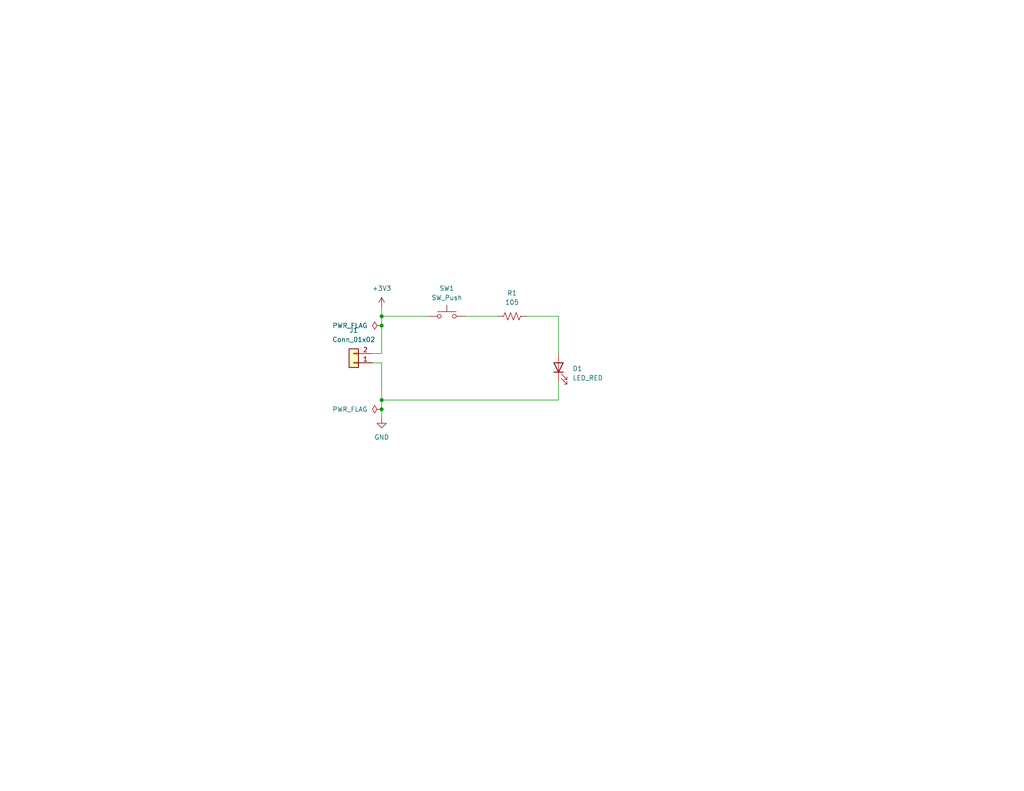
<source format=kicad_sch>
(kicad_sch (version 20231120) (generator "eeschema") (generator_version "8.0")
  (paper "USLetter")
  (title_block (title "proj1") (date "2024-10-02") (rev "0.0") (company "Illini Solar Car") (comment 1 "Designed By: Parthiv Adimulam"))
  (lib_symbols
    (symbol "Connector_Generic:Conn_01x02" (pin_names (offset 1.016) hide)
      (property "Reference" "J" (at 0 2.54 0))
      (property "Value" "Conn_01x02" (at 0 -5.08 0))
      (symbol "Conn_01x02_1_1"
        (rectangle (start -1.27 -2.413) (end 0 -2.667) (stroke (width 0.1524)))
        (rectangle (start -1.27 0.127) (end 0 -0.127) (stroke (width 0.1524)))
        (rectangle (start -1.27 1.27) (end 1.27 -3.81) (stroke (width 0.254)) (fill (type background)))
        (pin passive line (at -5.08 0 0) (length 3.81) (name "Pin_1") (number "1"))
        (pin passive line (at -5.08 -2.54 0) (length 3.81) (name "Pin_2") (number "2"))
      )
    )
    (symbol "Device:LED" (pin_numbers hide) (pin_names (offset 1.016) hide)
      (property "Reference" "D" (at 0 2.54 0))
      (property "Value" "LED" (at 0 -2.54 0))
      (symbol "LED_0_1"
        (polyline (pts (xy -1.27 -1.27) (xy -1.27 1.27)) (stroke (width 0.254)))
        (polyline (pts (xy -1.27 0) (xy 1.27 0)))
        (polyline (pts (xy 1.27 -1.27) (xy 1.27 1.27) (xy -1.27 0) (xy 1.27 -1.27)) (stroke (width 0.254)))
        (polyline (pts (xy -3.048 -0.762) (xy -4.572 -2.286) (xy -3.81 -2.286) (xy -4.572 -2.286) (xy -4.572 -1.524)))
        (polyline (pts (xy -1.778 -0.762) (xy -3.302 -2.286) (xy -2.54 -2.286) (xy -3.302 -2.286) (xy -3.302 -1.524)))
      )
      (symbol "LED_1_1"
        (pin passive line (at -3.81 0 0) (length 2.54) (name "K") (number "1"))
        (pin passive line (at 3.81 0 180) (length 2.54) (name "A") (number "2"))
      )
    )
    (symbol "Device:R_US" (pin_numbers hide) (pin_names (offset 0))
      (property "Reference" "R" (at 2.54 0 90))
      (property "Value" "R_US" (at -2.54 0 90))
      (symbol "R_US_0_1"
        (polyline (pts (xy 0 -2.286) (xy 0 -2.54)))
        (polyline (pts (xy 0 2.286) (xy 0 2.54)))
        (polyline (pts (xy 0 -0.762) (xy 1.016 -1.143) (xy 0 -1.524) (xy -1.016 -1.905) (xy 0 -2.286)))
        (polyline (pts (xy 0 0.762) (xy 1.016 0.381) (xy 0 0) (xy -1.016 -0.381) (xy 0 -0.762)))
        (polyline (pts (xy 0 2.286) (xy 1.016 1.905) (xy 0 1.524) (xy -1.016 1.143) (xy 0 0.762)))
      )
      (symbol "R_US_1_1"
        (pin passive line (at 0 3.81 270) (length 1.27) (name "~") (number "1"))
        (pin passive line (at 0 -3.81 90) (length 1.27) (name "~") (number "2"))
      )
    )
    (symbol "Switch:SW_Push" (pin_numbers hide) (pin_names (offset 1.016) hide)
      (property "Reference" "SW" (at 1.27 2.54 0))
      (property "Value" "SW_Push" (at 0 -1.524 0))
      (symbol "SW_Push_0_1"
        (circle (center -2.032 0) (radius 0.508))
        (polyline (pts (xy 0 1.27) (xy 0 3.048)))
        (polyline (pts (xy 2.54 1.27) (xy -2.54 1.27)))
        (circle (center 2.032 0) (radius 0.508))
        (pin passive line (at -5.08 0 0) (length 2.54) (name "1") (number "1"))
        (pin passive line (at 5.08 0 180) (length 2.54) (name "2") (number "2"))
      )
    )
    (symbol "power:+3V3" (power) (pin_names (offset 0))
      (property "Value" "+3V3" (at 0 3.556 0))
      (symbol "+3V3_0_1"
        (polyline (pts (xy -0.762 1.27) (xy 0 2.54)))
        (polyline (pts (xy 0 0) (xy 0 2.54)))
        (polyline (pts (xy 0 2.54) (xy 0.762 1.27)))
      )
      (symbol "+3V3_1_1"
        (pin power_in line (at 0 0 90) (length 0) hide (name "+3V3") (number "1"))
      )
    )
    (symbol "power:GND" (power) (pin_names (offset 0))
      (property "Value" "GND" (at 0 -3.81 0))
      (symbol "GND_0_1"
        (polyline (pts (xy 0 0) (xy 0 -1.27) (xy 1.27 -1.27) (xy 0 -2.54) (xy -1.27 -1.27) (xy 0 -1.27)))
      )
      (symbol "GND_1_1"
        (pin power_in line (at 0 0 270) (length 0) hide (name "GND") (number "1"))
      )
    )
    (symbol "power:PWR_FLAG" (power) (pin_numbers hide) (pin_names (offset 0) hide)
      (property "Value" "PWR_FLAG" (at 0 3.81 0))
      (symbol "PWR_FLAG_0_0"
        (pin power_out line (at 0 0 90) (length 0) (name "pwr") (number "1"))
      )
      (symbol "PWR_FLAG_0_1"
        (polyline (pts (xy 0 0) (xy 0 1.27) (xy -1.016 1.905) (xy 0 2.54) (xy 1.016 1.905) (xy 0 1.27)))
      )
    )
  )
  (junction (at 104.14 109.22))
  (junction (at 104.14 86.36))
  (junction (at 104.14 88.9))
  (junction (at 104.14 111.76))
  (wire (pts (xy 104.14 83.82) (xy 104.14 86.36)))
  (wire (pts (xy 101.6 99.06) (xy 104.14 99.06)))
  (wire (pts (xy 152.4 104.14) (xy 152.4 109.22)))
  (wire (pts (xy 104.14 86.36) (xy 104.14 88.9)))
  (wire (pts (xy 104.14 99.06) (xy 104.14 109.22)))
  (wire (pts (xy 104.14 88.9) (xy 104.14 96.52)))
  (wire (pts (xy 104.14 96.52) (xy 101.6 96.52)))
  (wire (pts (xy 104.14 111.76) (xy 104.14 114.3)))
  (wire (pts (xy 104.14 86.36) (xy 116.84 86.36)))
  (wire (pts (xy 104.14 109.22) (xy 104.14 111.76)))
  (wire (pts (xy 152.4 86.36) (xy 152.4 96.52)))
  (wire (pts (xy 127 86.36) (xy 135.89 86.36)))
  (wire (pts (xy 143.51 86.36) (xy 152.4 86.36)))
  (wire (pts (xy 104.14 109.22) (xy 152.4 109.22)))
  (symbol (lib_id "Connector_Generic:Conn_01x02") (at 96.52 99.06 180) (unit 1)
    (property "Reference" "J1" (at 96.52 90.17 0))
    (property "Value" "Conn_01x02" (at 96.52 92.71 0))
    (property "Footprint" "Connector_Molex:Molex_KK-254_AE-6410-02A_1x02_P2.54mm_Vertical" (effects (hide yes)))
    (property "Datasheet" "https://www.molex.com/content/dam/molex/molex-dot-com/products/automated/en-us/salesdrawingpdf/641/6410/022272021_sd.pdf?inline" (effects (hide yes)))
    (property "Description" "Generic connector, single row, 01x02, script generated (kicad-library-utils/schlib/autogen/connector/)" (effects (hide yes)))
    (property "MPN" "022272021" (effects (hide yes)))
  )
  (symbol (lib_id "power:PWR_FLAG") (at 104.14 111.76 90) (unit 1)
    (property "Reference" "#FLG02" (effects (hide yes)))
    (property "Value" "PWR_FLAG" (at 100.33 111.7599 90) (effects (justify left)))
    (property "Description" "Special symbol for telling ERC where power comes from" (effects (hide yes)))
  )
  (symbol (lib_id "power:+3V3") (at 104.14 83.82 0) (unit 1)
    (property "Reference" "#PWR01" (effects (hide yes)))
    (property "Value" "+3V3" (at 104.14 78.74 0))
    (property "Description" "Power symbol creates a global label with name \"+3V3\"" (effects (hide yes)))
  )
  (symbol (lib_id "Device:LED") (at 152.4 100.33 90) (unit 1)
    (property "Reference" "D1" (at 156.21 100.6474 90) (effects (justify right)))
    (property "Value" "LED_RED" (at 156.21 103.1874 90) (effects (justify right)))
    (property "Footprint" "layout:LED_0603_Symbol_on_F.SilkS" (effects (hide yes)))
    (property "Description" "Light emitting diode" (effects (hide yes)))
  )
  (symbol (lib_id "Switch:SW_Push") (at 121.92 86.36 0) (unit 1)
    (property "Reference" "SW1" (at 121.92 78.74 0))
    (property "Value" "SW_Push" (at 121.92 81.28 0))
    (property "Footprint" "Button_Switch_SMD:SW_DIP_SPSTx01_Slide_6.7x4.1mm_W8.61mm_P2.54mm_LowProfile" (effects (hide yes)))
    (property "Datasheet" "https://www.digikey.com/en/products/detail/te-connectivity-alcoswitch-switches/1825910-6/1632536?utm_adgroup=Supplier_TE&utm_source=google&utm_medium=cpc&utm_campaign=EN_Product_SKU_MBR&utm_term=%2B1825910-6&utm_content=Supplier_TE" (effects (hide yes)))
    (property "Description" "Push button switch, generic, two pins" (effects (hide yes)))
    (property "MPN" "1825910-6" (effects (hide yes)))
  )
  (symbol (lib_id "power:PWR_FLAG") (at 104.14 88.9 90) (unit 1)
    (property "Reference" "#FLG01" (effects (hide yes)))
    (property "Value" "PWR_FLAG" (at 100.33 88.8999 90) (effects (justify left)))
    (property "Description" "Special symbol for telling ERC where power comes from" (effects (hide yes)))
  )
  (symbol (lib_id "power:GND") (at 104.14 114.3 0) (unit 1)
    (property "Reference" "#PWR02" (effects (hide yes)))
    (property "Value" "GND" (at 104.14 119.38 0))
    (property "Description" "Power symbol creates a global label with name \"GND\" , ground" (effects (hide yes)))
  )
  (symbol (lib_id "Device:R_US") (at 139.7 86.36 90) (unit 1)
    (property "Reference" "R1" (at 139.7 80.01 90))
    (property "Value" "105" (at 139.7 82.55 90))
    (property "Footprint" "Resistor_SMD:R_0603_1608Metric_Pad0.98x0.95mm_HandSolder" (effects (hide yes)))
    (property "Description" "Resistor, US symbol" (effects (hide yes)))
  )
)
</source>
